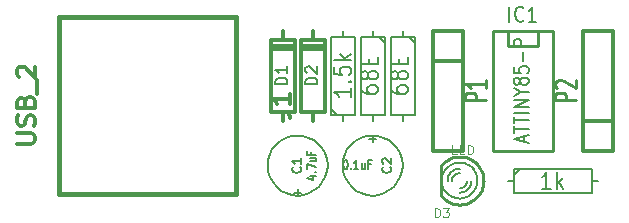
<source format=gto>
G04 (created by PCBNEW-RS274X (2012-apr-16-27)-stable) date Friday 28 March 2014 02:30:28 PM IST*
G01*
G70*
G90*
%MOIN*%
G04 Gerber Fmt 3.4, Leading zero omitted, Abs format*
%FSLAX34Y34*%
G04 APERTURE LIST*
%ADD10C,0.006000*%
%ADD11C,0.012000*%
%ADD12C,0.010000*%
%ADD13C,0.005000*%
%ADD14C,0.008000*%
%ADD15C,0.015000*%
%ADD16C,0.010700*%
%ADD17C,0.007500*%
%ADD18C,0.003500*%
G04 APERTURE END LIST*
G54D10*
G54D11*
X63000Y-37500D02*
X63000Y-37500D01*
X62000Y-37500D02*
X63000Y-37500D01*
X63000Y-37500D02*
X63000Y-37500D01*
X63000Y-37500D02*
X63000Y-41500D01*
X63000Y-41500D02*
X62000Y-41500D01*
X62000Y-41500D02*
X62000Y-37500D01*
X62000Y-38500D02*
X63000Y-38500D01*
X67000Y-41500D02*
X67000Y-41500D01*
X68000Y-41500D02*
X67000Y-41500D01*
X67000Y-41500D02*
X67000Y-41500D01*
X67000Y-41500D02*
X67000Y-37500D01*
X67000Y-37500D02*
X68000Y-37500D01*
X68000Y-37500D02*
X68000Y-41500D01*
X68000Y-40500D02*
X67000Y-40500D01*
G54D12*
X65500Y-37500D02*
X65500Y-38000D01*
X65500Y-38000D02*
X64500Y-38000D01*
X64500Y-38000D02*
X64500Y-37500D01*
X66000Y-37500D02*
X66000Y-41500D01*
X66000Y-41500D02*
X64000Y-41500D01*
X64000Y-41500D02*
X64000Y-37500D01*
X64000Y-37500D02*
X66000Y-37500D01*
G54D13*
X58501Y-42000D02*
X58481Y-42194D01*
X58425Y-42381D01*
X58333Y-42553D01*
X58210Y-42705D01*
X58059Y-42829D01*
X57887Y-42922D01*
X57701Y-42980D01*
X57506Y-43000D01*
X57313Y-42983D01*
X57126Y-42928D01*
X56952Y-42837D01*
X56800Y-42715D01*
X56675Y-42565D01*
X56580Y-42394D01*
X56521Y-42208D01*
X56500Y-42013D01*
X56516Y-41820D01*
X56570Y-41632D01*
X56659Y-41458D01*
X56780Y-41305D01*
X56929Y-41179D01*
X57100Y-41083D01*
X57286Y-41023D01*
X57480Y-41000D01*
X57673Y-41015D01*
X57861Y-41067D01*
X58036Y-41155D01*
X58190Y-41276D01*
X58317Y-41423D01*
X58414Y-41593D01*
X58476Y-41779D01*
X58500Y-41973D01*
X58501Y-42000D01*
X61001Y-42000D02*
X60981Y-42194D01*
X60925Y-42381D01*
X60833Y-42553D01*
X60710Y-42705D01*
X60559Y-42829D01*
X60387Y-42922D01*
X60201Y-42980D01*
X60006Y-43000D01*
X59813Y-42983D01*
X59626Y-42928D01*
X59452Y-42837D01*
X59300Y-42715D01*
X59175Y-42565D01*
X59080Y-42394D01*
X59021Y-42208D01*
X59000Y-42013D01*
X59016Y-41820D01*
X59070Y-41632D01*
X59159Y-41458D01*
X59280Y-41305D01*
X59429Y-41179D01*
X59600Y-41083D01*
X59786Y-41023D01*
X59980Y-41000D01*
X60173Y-41015D01*
X60361Y-41067D01*
X60536Y-41155D01*
X60690Y-41276D01*
X60817Y-41423D01*
X60914Y-41593D01*
X60976Y-41779D01*
X61000Y-41973D01*
X61001Y-42000D01*
G54D11*
X57000Y-37500D02*
X57000Y-37800D01*
X57000Y-37800D02*
X56600Y-37800D01*
X56600Y-37800D02*
X56600Y-40200D01*
X56600Y-40200D02*
X57000Y-40200D01*
X57000Y-40200D02*
X57000Y-40500D01*
X57000Y-40200D02*
X57400Y-40200D01*
X57400Y-40200D02*
X57400Y-37800D01*
X57400Y-37800D02*
X57000Y-37800D01*
X56600Y-38000D02*
X57400Y-38000D01*
X57400Y-38100D02*
X56600Y-38100D01*
X58000Y-37500D02*
X58000Y-37800D01*
X58000Y-37800D02*
X57600Y-37800D01*
X57600Y-37800D02*
X57600Y-40200D01*
X57600Y-40200D02*
X58000Y-40200D01*
X58000Y-40200D02*
X58000Y-40500D01*
X58000Y-40200D02*
X58400Y-40200D01*
X58400Y-40200D02*
X58400Y-37800D01*
X58400Y-37800D02*
X58000Y-37800D01*
X57600Y-38000D02*
X58400Y-38000D01*
X58400Y-38100D02*
X57600Y-38100D01*
G54D12*
X62280Y-42000D02*
X62280Y-43000D01*
G54D10*
X63360Y-42884D02*
X63392Y-42842D01*
X63420Y-42798D01*
X63444Y-42751D01*
X63464Y-42703D01*
X63480Y-42653D01*
X63491Y-42602D01*
X63497Y-42550D01*
X63500Y-42500D01*
X63499Y-42500D02*
X63496Y-42448D01*
X63489Y-42396D01*
X63478Y-42345D01*
X63462Y-42296D01*
X63442Y-42247D01*
X63418Y-42201D01*
X63390Y-42157D01*
X63358Y-42115D01*
X63347Y-42103D01*
X62301Y-42500D02*
X62304Y-42552D01*
X62311Y-42604D01*
X62322Y-42655D01*
X62338Y-42704D01*
X62358Y-42753D01*
X62382Y-42799D01*
X62410Y-42843D01*
X62442Y-42885D01*
X62446Y-42889D01*
X62440Y-42116D02*
X62408Y-42158D01*
X62380Y-42202D01*
X62356Y-42249D01*
X62336Y-42297D01*
X62320Y-42347D01*
X62309Y-42398D01*
X62303Y-42450D01*
X62300Y-42500D01*
X62413Y-42849D02*
X62445Y-42890D01*
X62481Y-42928D01*
X62520Y-42963D01*
X62562Y-42995D01*
X62606Y-43022D01*
X62653Y-43046D01*
X62701Y-43065D01*
X62751Y-43081D01*
X62803Y-43091D01*
X62854Y-43098D01*
X62900Y-43100D01*
X62900Y-43100D02*
X62952Y-43097D01*
X63004Y-43090D01*
X63055Y-43079D01*
X63105Y-43063D01*
X63153Y-43043D01*
X63200Y-43019D01*
X63244Y-42991D01*
X63285Y-42959D01*
X63324Y-42924D01*
X63359Y-42885D01*
X63379Y-42860D01*
X62900Y-41901D02*
X62848Y-41904D01*
X62796Y-41911D01*
X62745Y-41922D01*
X62696Y-41938D01*
X62647Y-41958D01*
X62601Y-41982D01*
X62557Y-42010D01*
X62515Y-42042D01*
X62477Y-42077D01*
X62442Y-42115D01*
X62428Y-42133D01*
X63373Y-42132D02*
X63339Y-42092D01*
X63302Y-42055D01*
X63261Y-42022D01*
X63218Y-41992D01*
X63173Y-41966D01*
X63125Y-41945D01*
X63076Y-41927D01*
X63025Y-41914D01*
X62974Y-41905D01*
X62921Y-41901D01*
X62900Y-41900D01*
X62900Y-42750D02*
X62921Y-42749D01*
X62943Y-42746D01*
X62964Y-42741D01*
X62985Y-42734D01*
X63005Y-42726D01*
X63025Y-42716D01*
X63043Y-42704D01*
X63060Y-42691D01*
X63076Y-42676D01*
X63091Y-42660D01*
X63104Y-42643D01*
X63116Y-42624D01*
X63126Y-42605D01*
X63134Y-42585D01*
X63141Y-42564D01*
X63146Y-42543D01*
X63149Y-42521D01*
X63150Y-42500D01*
X62900Y-42900D02*
X62934Y-42898D01*
X62969Y-42893D01*
X63003Y-42886D01*
X63036Y-42875D01*
X63069Y-42862D01*
X63100Y-42846D01*
X63129Y-42827D01*
X63157Y-42806D01*
X63182Y-42782D01*
X63206Y-42757D01*
X63227Y-42729D01*
X63246Y-42699D01*
X63262Y-42669D01*
X63275Y-42636D01*
X63286Y-42603D01*
X63293Y-42569D01*
X63298Y-42534D01*
X63300Y-42500D01*
X62900Y-42250D02*
X62879Y-42251D01*
X62857Y-42254D01*
X62836Y-42259D01*
X62815Y-42266D01*
X62795Y-42274D01*
X62776Y-42284D01*
X62757Y-42296D01*
X62740Y-42309D01*
X62724Y-42324D01*
X62709Y-42340D01*
X62696Y-42357D01*
X62684Y-42376D01*
X62674Y-42395D01*
X62666Y-42415D01*
X62659Y-42436D01*
X62654Y-42457D01*
X62651Y-42479D01*
X62650Y-42500D01*
X62900Y-42100D02*
X62866Y-42102D01*
X62831Y-42107D01*
X62797Y-42114D01*
X62764Y-42125D01*
X62731Y-42138D01*
X62701Y-42154D01*
X62671Y-42173D01*
X62643Y-42194D01*
X62618Y-42218D01*
X62594Y-42243D01*
X62573Y-42271D01*
X62554Y-42301D01*
X62538Y-42331D01*
X62525Y-42364D01*
X62514Y-42397D01*
X62507Y-42431D01*
X62502Y-42466D01*
X62500Y-42500D01*
G54D12*
X62287Y-43013D02*
X62334Y-43064D01*
X62385Y-43111D01*
X62440Y-43154D01*
X62499Y-43192D01*
X62561Y-43224D01*
X62626Y-43251D01*
X62692Y-43272D01*
X62760Y-43287D01*
X62829Y-43296D01*
X62899Y-43299D01*
X62900Y-43300D01*
X62900Y-43299D02*
X62969Y-43295D01*
X63038Y-43286D01*
X63106Y-43271D01*
X63173Y-43250D01*
X63237Y-43224D01*
X63299Y-43191D01*
X63358Y-43154D01*
X63413Y-43112D01*
X63464Y-43064D01*
X63512Y-43013D01*
X63554Y-42958D01*
X63591Y-42899D01*
X63604Y-42876D01*
X62899Y-41703D02*
X62830Y-41706D01*
X62761Y-41715D01*
X62693Y-41730D01*
X62626Y-41751D01*
X62562Y-41778D01*
X62500Y-41810D01*
X62442Y-41848D01*
X62386Y-41890D01*
X62335Y-41937D01*
X62291Y-41985D01*
X63594Y-42103D02*
X63556Y-42044D01*
X63514Y-41988D01*
X63467Y-41937D01*
X63416Y-41889D01*
X63361Y-41847D01*
X63302Y-41809D01*
X63240Y-41777D01*
X63176Y-41750D01*
X63109Y-41728D01*
X63041Y-41713D01*
X62972Y-41704D01*
X62902Y-41701D01*
X62900Y-41700D01*
X63604Y-42879D02*
X63634Y-42816D01*
X63659Y-42751D01*
X63678Y-42684D01*
X63691Y-42615D01*
X63698Y-42546D01*
X63700Y-42500D01*
X63699Y-42500D02*
X63695Y-42431D01*
X63686Y-42362D01*
X63671Y-42294D01*
X63650Y-42227D01*
X63624Y-42163D01*
X63591Y-42101D01*
X63580Y-42082D01*
G54D14*
X59000Y-40500D02*
X59000Y-40300D01*
X59000Y-37500D02*
X59000Y-37700D01*
X59000Y-37700D02*
X58600Y-37700D01*
X58600Y-37700D02*
X58600Y-40300D01*
X58600Y-40300D02*
X59400Y-40300D01*
X59400Y-40300D02*
X59400Y-37700D01*
X59400Y-37700D02*
X59000Y-37700D01*
X58800Y-40300D02*
X58600Y-40100D01*
X61000Y-37500D02*
X61000Y-37700D01*
X61000Y-40500D02*
X61000Y-40300D01*
X61000Y-40300D02*
X61400Y-40300D01*
X61400Y-40300D02*
X61400Y-37700D01*
X61400Y-37700D02*
X60600Y-37700D01*
X60600Y-37700D02*
X60600Y-40300D01*
X60600Y-40300D02*
X61000Y-40300D01*
X61200Y-37700D02*
X61400Y-37900D01*
X60000Y-37500D02*
X60000Y-37700D01*
X60000Y-40500D02*
X60000Y-40300D01*
X60000Y-40300D02*
X60400Y-40300D01*
X60400Y-40300D02*
X60400Y-37700D01*
X60400Y-37700D02*
X59600Y-37700D01*
X59600Y-37700D02*
X59600Y-40300D01*
X59600Y-40300D02*
X60000Y-40300D01*
X60200Y-37700D02*
X60400Y-37900D01*
X64500Y-42500D02*
X64700Y-42500D01*
X67500Y-42500D02*
X67300Y-42500D01*
X67300Y-42500D02*
X67300Y-42100D01*
X67300Y-42100D02*
X64700Y-42100D01*
X64700Y-42100D02*
X64700Y-42900D01*
X64700Y-42900D02*
X67300Y-42900D01*
X67300Y-42900D02*
X67300Y-42500D01*
X64700Y-42300D02*
X64900Y-42100D01*
G54D15*
X49550Y-37050D02*
X49550Y-42950D01*
X49550Y-42950D02*
X55450Y-42950D01*
X55450Y-42950D02*
X55450Y-37050D01*
X55450Y-37050D02*
X49550Y-37050D01*
G54D16*
X63776Y-39816D02*
X63093Y-39816D01*
X63093Y-39653D01*
X63125Y-39612D01*
X63158Y-39592D01*
X63223Y-39572D01*
X63321Y-39572D01*
X63386Y-39592D01*
X63418Y-39612D01*
X63451Y-39653D01*
X63451Y-39816D01*
X63776Y-39164D02*
X63776Y-39408D01*
X63776Y-39286D02*
X63093Y-39286D01*
X63191Y-39327D01*
X63256Y-39368D01*
X63288Y-39408D01*
X66776Y-39816D02*
X66093Y-39816D01*
X66093Y-39653D01*
X66125Y-39612D01*
X66158Y-39592D01*
X66223Y-39572D01*
X66321Y-39572D01*
X66386Y-39592D01*
X66418Y-39612D01*
X66451Y-39653D01*
X66451Y-39816D01*
X66158Y-39408D02*
X66125Y-39388D01*
X66093Y-39347D01*
X66093Y-39245D01*
X66125Y-39205D01*
X66158Y-39184D01*
X66223Y-39164D01*
X66288Y-39164D01*
X66386Y-39184D01*
X66776Y-39429D01*
X66776Y-39164D01*
G54D14*
X64561Y-37202D02*
X64561Y-36702D01*
X65032Y-37155D02*
X65011Y-37179D01*
X64947Y-37202D01*
X64904Y-37202D01*
X64839Y-37179D01*
X64797Y-37131D01*
X64775Y-37083D01*
X64754Y-36988D01*
X64754Y-36917D01*
X64775Y-36821D01*
X64797Y-36774D01*
X64839Y-36726D01*
X64904Y-36702D01*
X64947Y-36702D01*
X65011Y-36726D01*
X65032Y-36750D01*
X65461Y-37202D02*
X65204Y-37202D01*
X65332Y-37202D02*
X65332Y-36702D01*
X65289Y-36774D01*
X65247Y-36821D01*
X65204Y-36845D01*
X65060Y-41205D02*
X65060Y-41014D01*
X65202Y-41243D02*
X64702Y-41110D01*
X65202Y-40976D01*
X64702Y-40900D02*
X64702Y-40671D01*
X65202Y-40786D02*
X64702Y-40786D01*
X64702Y-40595D02*
X64702Y-40366D01*
X65202Y-40481D02*
X64702Y-40481D01*
X65202Y-40233D02*
X64702Y-40233D01*
X65202Y-40043D02*
X64702Y-40043D01*
X65202Y-39814D01*
X64702Y-39814D01*
X64964Y-39548D02*
X65202Y-39548D01*
X64702Y-39681D02*
X64964Y-39548D01*
X64702Y-39414D01*
X64917Y-39224D02*
X64893Y-39262D01*
X64869Y-39281D01*
X64821Y-39300D01*
X64798Y-39300D01*
X64750Y-39281D01*
X64726Y-39262D01*
X64702Y-39224D01*
X64702Y-39147D01*
X64726Y-39109D01*
X64750Y-39090D01*
X64798Y-39071D01*
X64821Y-39071D01*
X64869Y-39090D01*
X64893Y-39109D01*
X64917Y-39147D01*
X64917Y-39224D01*
X64940Y-39262D01*
X64964Y-39281D01*
X65012Y-39300D01*
X65107Y-39300D01*
X65155Y-39281D01*
X65179Y-39262D01*
X65202Y-39224D01*
X65202Y-39147D01*
X65179Y-39109D01*
X65155Y-39090D01*
X65107Y-39071D01*
X65012Y-39071D01*
X64964Y-39090D01*
X64940Y-39109D01*
X64917Y-39147D01*
X64702Y-38709D02*
X64702Y-38900D01*
X64940Y-38919D01*
X64917Y-38900D01*
X64893Y-38862D01*
X64893Y-38766D01*
X64917Y-38728D01*
X64940Y-38709D01*
X64988Y-38690D01*
X65107Y-38690D01*
X65155Y-38709D01*
X65179Y-38728D01*
X65202Y-38766D01*
X65202Y-38862D01*
X65179Y-38900D01*
X65155Y-38919D01*
X65012Y-38519D02*
X65012Y-38214D01*
X65202Y-38024D02*
X64702Y-38024D01*
X64702Y-37871D01*
X64726Y-37833D01*
X64750Y-37814D01*
X64798Y-37795D01*
X64869Y-37795D01*
X64917Y-37814D01*
X64940Y-37833D01*
X64964Y-37871D01*
X64964Y-38024D01*
G54D13*
X57593Y-42050D02*
X57607Y-42064D01*
X57621Y-42107D01*
X57621Y-42136D01*
X57607Y-42179D01*
X57579Y-42207D01*
X57550Y-42222D01*
X57493Y-42236D01*
X57450Y-42236D01*
X57393Y-42222D01*
X57364Y-42207D01*
X57336Y-42179D01*
X57321Y-42136D01*
X57321Y-42107D01*
X57336Y-42064D01*
X57350Y-42050D01*
X57621Y-41764D02*
X57621Y-41936D01*
X57621Y-41850D02*
X57321Y-41850D01*
X57364Y-41879D01*
X57393Y-41907D01*
X57407Y-41936D01*
X57921Y-42350D02*
X58121Y-42350D01*
X57807Y-42410D02*
X58021Y-42469D01*
X58021Y-42315D01*
X58093Y-42219D02*
X58107Y-42208D01*
X58121Y-42219D01*
X58107Y-42231D01*
X58093Y-42219D01*
X58121Y-42219D01*
X57821Y-42124D02*
X57821Y-41958D01*
X58121Y-42065D01*
X57921Y-41755D02*
X58121Y-41755D01*
X57921Y-41862D02*
X58079Y-41862D01*
X58107Y-41851D01*
X58121Y-41827D01*
X58121Y-41791D01*
X58107Y-41767D01*
X58093Y-41755D01*
X57964Y-41553D02*
X57964Y-41636D01*
X58121Y-41636D02*
X57821Y-41636D01*
X57821Y-41517D01*
G54D17*
X57507Y-43014D02*
X57507Y-42785D01*
X57621Y-42899D02*
X57393Y-42899D01*
G54D13*
X60593Y-42050D02*
X60607Y-42064D01*
X60621Y-42107D01*
X60621Y-42136D01*
X60607Y-42179D01*
X60579Y-42207D01*
X60550Y-42222D01*
X60493Y-42236D01*
X60450Y-42236D01*
X60393Y-42222D01*
X60364Y-42207D01*
X60336Y-42179D01*
X60321Y-42136D01*
X60321Y-42107D01*
X60336Y-42064D01*
X60350Y-42050D01*
X60350Y-41936D02*
X60336Y-41922D01*
X60321Y-41893D01*
X60321Y-41822D01*
X60336Y-41793D01*
X60350Y-41779D01*
X60379Y-41764D01*
X60407Y-41764D01*
X60450Y-41779D01*
X60621Y-41950D01*
X60621Y-41764D01*
X59090Y-41821D02*
X59114Y-41821D01*
X59138Y-41836D01*
X59150Y-41850D01*
X59162Y-41879D01*
X59173Y-41936D01*
X59173Y-42007D01*
X59162Y-42064D01*
X59150Y-42093D01*
X59138Y-42107D01*
X59114Y-42121D01*
X59090Y-42121D01*
X59066Y-42107D01*
X59054Y-42093D01*
X59043Y-42064D01*
X59031Y-42007D01*
X59031Y-41936D01*
X59043Y-41879D01*
X59054Y-41850D01*
X59066Y-41836D01*
X59090Y-41821D01*
X59281Y-42093D02*
X59292Y-42107D01*
X59281Y-42121D01*
X59269Y-42107D01*
X59281Y-42093D01*
X59281Y-42121D01*
X59530Y-42121D02*
X59388Y-42121D01*
X59459Y-42121D02*
X59459Y-41821D01*
X59435Y-41864D01*
X59411Y-41893D01*
X59388Y-41907D01*
X59745Y-41921D02*
X59745Y-42121D01*
X59638Y-41921D02*
X59638Y-42079D01*
X59649Y-42107D01*
X59673Y-42121D01*
X59709Y-42121D01*
X59733Y-42107D01*
X59745Y-42093D01*
X59947Y-41964D02*
X59864Y-41964D01*
X59864Y-42121D02*
X59864Y-41821D01*
X59983Y-41821D01*
G54D17*
X60007Y-41214D02*
X60007Y-40985D01*
X60121Y-41099D02*
X59893Y-41099D01*
G54D14*
X57162Y-39295D02*
X56762Y-39295D01*
X56762Y-39200D01*
X56781Y-39142D01*
X56819Y-39104D01*
X56857Y-39085D01*
X56933Y-39066D01*
X56990Y-39066D01*
X57067Y-39085D01*
X57105Y-39104D01*
X57143Y-39142D01*
X57162Y-39200D01*
X57162Y-39295D01*
X57162Y-38685D02*
X57162Y-38914D01*
X57162Y-38800D02*
X56762Y-38800D01*
X56819Y-38838D01*
X56857Y-38876D01*
X56876Y-38914D01*
X58162Y-39295D02*
X57762Y-39295D01*
X57762Y-39200D01*
X57781Y-39142D01*
X57819Y-39104D01*
X57857Y-39085D01*
X57933Y-39066D01*
X57990Y-39066D01*
X58067Y-39085D01*
X58105Y-39104D01*
X58143Y-39142D01*
X58162Y-39200D01*
X58162Y-39295D01*
X57800Y-38914D02*
X57781Y-38895D01*
X57762Y-38857D01*
X57762Y-38761D01*
X57781Y-38723D01*
X57800Y-38704D01*
X57838Y-38685D01*
X57876Y-38685D01*
X57933Y-38704D01*
X58162Y-38933D01*
X58162Y-38685D01*
G54D18*
X62078Y-43721D02*
X62078Y-43421D01*
X62150Y-43421D01*
X62193Y-43436D01*
X62221Y-43464D01*
X62236Y-43493D01*
X62250Y-43550D01*
X62250Y-43593D01*
X62236Y-43650D01*
X62221Y-43679D01*
X62193Y-43707D01*
X62150Y-43721D01*
X62078Y-43721D01*
X62350Y-43421D02*
X62536Y-43421D01*
X62436Y-43536D01*
X62478Y-43536D01*
X62507Y-43550D01*
X62521Y-43564D01*
X62536Y-43593D01*
X62536Y-43664D01*
X62521Y-43693D01*
X62507Y-43707D01*
X62478Y-43721D01*
X62393Y-43721D01*
X62364Y-43707D01*
X62350Y-43693D01*
X62807Y-41621D02*
X62664Y-41621D01*
X62664Y-41321D01*
X62907Y-41464D02*
X63007Y-41464D01*
X63050Y-41621D02*
X62907Y-41621D01*
X62907Y-41321D01*
X63050Y-41321D01*
X63178Y-41621D02*
X63178Y-41321D01*
X63250Y-41321D01*
X63293Y-41336D01*
X63321Y-41364D01*
X63336Y-41393D01*
X63350Y-41450D01*
X63350Y-41493D01*
X63336Y-41550D01*
X63321Y-41579D01*
X63293Y-41607D01*
X63250Y-41621D01*
X63178Y-41621D01*
G54D14*
X59273Y-39416D02*
X59273Y-39702D01*
X59273Y-39559D02*
X58723Y-39559D01*
X58801Y-39607D01*
X58854Y-39654D01*
X58880Y-39702D01*
X59220Y-39202D02*
X59246Y-39178D01*
X59273Y-39202D01*
X59246Y-39226D01*
X59220Y-39202D01*
X59273Y-39202D01*
X58723Y-38726D02*
X58723Y-38964D01*
X58985Y-38988D01*
X58958Y-38964D01*
X58932Y-38916D01*
X58932Y-38797D01*
X58958Y-38750D01*
X58985Y-38726D01*
X59037Y-38702D01*
X59168Y-38702D01*
X59220Y-38726D01*
X59246Y-38750D01*
X59273Y-38797D01*
X59273Y-38916D01*
X59246Y-38964D01*
X59220Y-38988D01*
X59273Y-38488D02*
X58723Y-38488D01*
X59063Y-38440D02*
X59273Y-38297D01*
X58906Y-38297D02*
X59115Y-38488D01*
X60623Y-39369D02*
X60623Y-39464D01*
X60649Y-39512D01*
X60675Y-39535D01*
X60754Y-39583D01*
X60858Y-39607D01*
X61068Y-39607D01*
X61120Y-39583D01*
X61146Y-39559D01*
X61173Y-39512D01*
X61173Y-39416D01*
X61146Y-39369D01*
X61120Y-39345D01*
X61068Y-39321D01*
X60937Y-39321D01*
X60885Y-39345D01*
X60858Y-39369D01*
X60832Y-39416D01*
X60832Y-39512D01*
X60858Y-39559D01*
X60885Y-39583D01*
X60937Y-39607D01*
X60858Y-39036D02*
X60832Y-39083D01*
X60806Y-39107D01*
X60754Y-39131D01*
X60727Y-39131D01*
X60675Y-39107D01*
X60649Y-39083D01*
X60623Y-39036D01*
X60623Y-38940D01*
X60649Y-38893D01*
X60675Y-38869D01*
X60727Y-38845D01*
X60754Y-38845D01*
X60806Y-38869D01*
X60832Y-38893D01*
X60858Y-38940D01*
X60858Y-39036D01*
X60885Y-39083D01*
X60911Y-39107D01*
X60963Y-39131D01*
X61068Y-39131D01*
X61120Y-39107D01*
X61146Y-39083D01*
X61173Y-39036D01*
X61173Y-38940D01*
X61146Y-38893D01*
X61120Y-38869D01*
X61068Y-38845D01*
X60963Y-38845D01*
X60911Y-38869D01*
X60885Y-38893D01*
X60858Y-38940D01*
X60885Y-38631D02*
X60885Y-38464D01*
X61173Y-38393D02*
X61173Y-38631D01*
X60623Y-38631D01*
X60623Y-38393D01*
X59623Y-39369D02*
X59623Y-39464D01*
X59649Y-39512D01*
X59675Y-39535D01*
X59754Y-39583D01*
X59858Y-39607D01*
X60068Y-39607D01*
X60120Y-39583D01*
X60146Y-39559D01*
X60173Y-39512D01*
X60173Y-39416D01*
X60146Y-39369D01*
X60120Y-39345D01*
X60068Y-39321D01*
X59937Y-39321D01*
X59885Y-39345D01*
X59858Y-39369D01*
X59832Y-39416D01*
X59832Y-39512D01*
X59858Y-39559D01*
X59885Y-39583D01*
X59937Y-39607D01*
X59858Y-39036D02*
X59832Y-39083D01*
X59806Y-39107D01*
X59754Y-39131D01*
X59727Y-39131D01*
X59675Y-39107D01*
X59649Y-39083D01*
X59623Y-39036D01*
X59623Y-38940D01*
X59649Y-38893D01*
X59675Y-38869D01*
X59727Y-38845D01*
X59754Y-38845D01*
X59806Y-38869D01*
X59832Y-38893D01*
X59858Y-38940D01*
X59858Y-39036D01*
X59885Y-39083D01*
X59911Y-39107D01*
X59963Y-39131D01*
X60068Y-39131D01*
X60120Y-39107D01*
X60146Y-39083D01*
X60173Y-39036D01*
X60173Y-38940D01*
X60146Y-38893D01*
X60120Y-38869D01*
X60068Y-38845D01*
X59963Y-38845D01*
X59911Y-38869D01*
X59885Y-38893D01*
X59858Y-38940D01*
X59885Y-38631D02*
X59885Y-38464D01*
X60173Y-38393D02*
X60173Y-38631D01*
X59623Y-38631D01*
X59623Y-38393D01*
X65941Y-42773D02*
X65655Y-42773D01*
X65798Y-42773D02*
X65798Y-42223D01*
X65750Y-42301D01*
X65703Y-42354D01*
X65655Y-42380D01*
X66155Y-42773D02*
X66155Y-42223D01*
X66203Y-42563D02*
X66346Y-42773D01*
X66346Y-42406D02*
X66155Y-42615D01*
G54D11*
X56643Y-40200D02*
X57071Y-40200D01*
X57157Y-40228D01*
X57214Y-40285D01*
X57243Y-40371D01*
X57243Y-40428D01*
X57243Y-39600D02*
X57243Y-39943D01*
X57243Y-39771D02*
X56643Y-39771D01*
X56729Y-39828D01*
X56786Y-39886D01*
X56814Y-39943D01*
X48143Y-41271D02*
X48629Y-41271D01*
X48686Y-41243D01*
X48714Y-41214D01*
X48743Y-41157D01*
X48743Y-41043D01*
X48714Y-40985D01*
X48686Y-40957D01*
X48629Y-40928D01*
X48143Y-40928D01*
X48714Y-40671D02*
X48743Y-40585D01*
X48743Y-40442D01*
X48714Y-40385D01*
X48686Y-40356D01*
X48629Y-40328D01*
X48571Y-40328D01*
X48514Y-40356D01*
X48486Y-40385D01*
X48457Y-40442D01*
X48429Y-40556D01*
X48400Y-40614D01*
X48371Y-40642D01*
X48314Y-40671D01*
X48257Y-40671D01*
X48200Y-40642D01*
X48171Y-40614D01*
X48143Y-40556D01*
X48143Y-40414D01*
X48171Y-40328D01*
X48429Y-39871D02*
X48457Y-39785D01*
X48486Y-39757D01*
X48543Y-39728D01*
X48629Y-39728D01*
X48686Y-39757D01*
X48714Y-39785D01*
X48743Y-39843D01*
X48743Y-40071D01*
X48143Y-40071D01*
X48143Y-39871D01*
X48171Y-39814D01*
X48200Y-39785D01*
X48257Y-39757D01*
X48314Y-39757D01*
X48371Y-39785D01*
X48400Y-39814D01*
X48429Y-39871D01*
X48429Y-40071D01*
X48800Y-39614D02*
X48800Y-39157D01*
X48200Y-39043D02*
X48171Y-39014D01*
X48143Y-38957D01*
X48143Y-38814D01*
X48171Y-38757D01*
X48200Y-38728D01*
X48257Y-38700D01*
X48314Y-38700D01*
X48400Y-38728D01*
X48743Y-39071D01*
X48743Y-38700D01*
M02*

</source>
